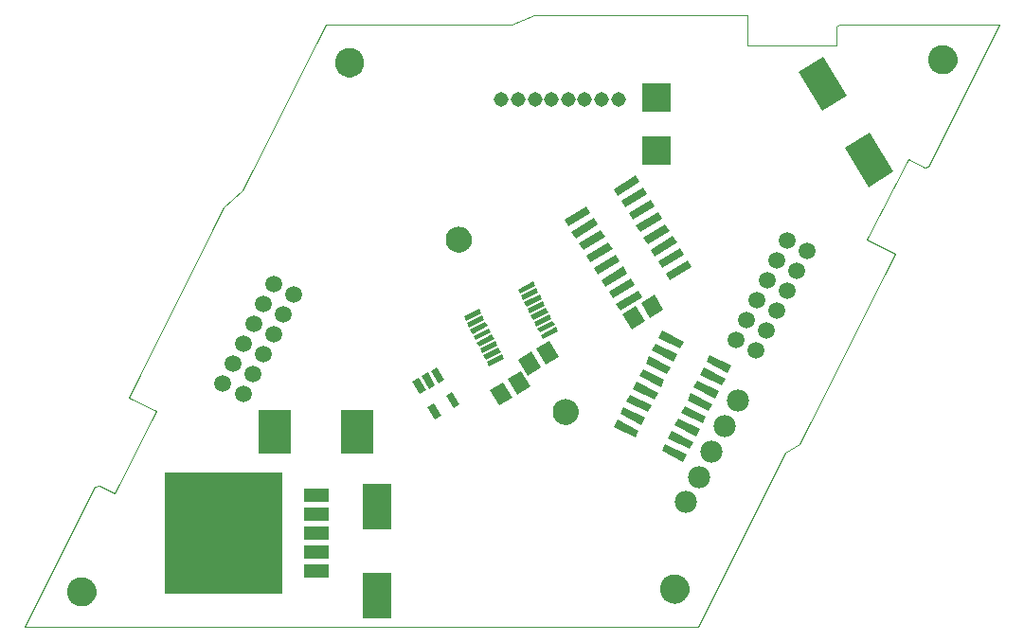
<source format=gts>
G75*
%MOIN*%
%OFA0B0*%
%FSLAX24Y24*%
%IPPOS*%
%LPD*%
%AMOC8*
5,1,8,0,0,1.08239X$1,22.5*
%
%ADD10C,0.0000*%
%ADD11C,0.1024*%
%ADD12C,0.0906*%
%ADD13R,0.0603X0.0178*%
%ADD14R,0.0552X0.0670*%
%ADD15R,0.0276X0.0906*%
%ADD16R,0.1615X0.1024*%
%ADD17R,0.1024X0.1615*%
%ADD18R,0.0257X0.0512*%
%ADD19C,0.0516*%
%ADD20R,0.4138X0.4292*%
%ADD21R,0.0890X0.0460*%
%ADD22R,0.1142X0.1536*%
%ADD23C,0.0594*%
%ADD24C,0.0780*%
%ADD25R,0.1040X0.1040*%
%ADD26R,0.0552X0.0631*%
%ADD27R,0.0850X0.0280*%
D10*
X001464Y000942D02*
X003925Y005873D01*
X004112Y005912D01*
X004642Y005647D01*
X006093Y008539D01*
X005142Y009018D01*
X008482Y015706D01*
X009141Y016296D01*
X012065Y022152D01*
X018610Y022152D01*
X019397Y022467D01*
X026907Y022467D01*
X026907Y021414D01*
X030047Y021414D01*
X030047Y022074D01*
X030145Y022152D01*
X035785Y022152D01*
X033275Y017133D01*
X033147Y017113D01*
X032557Y017408D01*
X031120Y014554D01*
X032097Y014066D01*
X028748Y007379D01*
X028236Y007064D01*
X025175Y000942D01*
X001464Y000942D01*
X002981Y002181D02*
X002983Y002225D01*
X002989Y002269D01*
X002999Y002312D01*
X003012Y002354D01*
X003030Y002394D01*
X003051Y002433D01*
X003075Y002470D01*
X003102Y002505D01*
X003133Y002537D01*
X003166Y002566D01*
X003202Y002592D01*
X003240Y002614D01*
X003280Y002633D01*
X003321Y002649D01*
X003364Y002661D01*
X003407Y002669D01*
X003451Y002673D01*
X003495Y002673D01*
X003539Y002669D01*
X003582Y002661D01*
X003625Y002649D01*
X003666Y002633D01*
X003706Y002614D01*
X003744Y002592D01*
X003780Y002566D01*
X003813Y002537D01*
X003844Y002505D01*
X003871Y002470D01*
X003895Y002433D01*
X003916Y002394D01*
X003934Y002354D01*
X003947Y002312D01*
X003957Y002269D01*
X003963Y002225D01*
X003965Y002181D01*
X003963Y002137D01*
X003957Y002093D01*
X003947Y002050D01*
X003934Y002008D01*
X003916Y001968D01*
X003895Y001929D01*
X003871Y001892D01*
X003844Y001857D01*
X003813Y001825D01*
X003780Y001796D01*
X003744Y001770D01*
X003706Y001748D01*
X003666Y001729D01*
X003625Y001713D01*
X003582Y001701D01*
X003539Y001693D01*
X003495Y001689D01*
X003451Y001689D01*
X003407Y001693D01*
X003364Y001701D01*
X003321Y001713D01*
X003280Y001729D01*
X003240Y001748D01*
X003202Y001770D01*
X003166Y001796D01*
X003133Y001825D01*
X003102Y001857D01*
X003075Y001892D01*
X003051Y001929D01*
X003030Y001968D01*
X003012Y002008D01*
X002999Y002050D01*
X002989Y002093D01*
X002983Y002137D01*
X002981Y002181D01*
X016313Y014581D02*
X016315Y014622D01*
X016321Y014663D01*
X016331Y014703D01*
X016344Y014742D01*
X016361Y014779D01*
X016382Y014815D01*
X016406Y014849D01*
X016433Y014880D01*
X016462Y014908D01*
X016495Y014934D01*
X016529Y014956D01*
X016566Y014975D01*
X016604Y014990D01*
X016644Y015002D01*
X016684Y015010D01*
X016725Y015014D01*
X016767Y015014D01*
X016808Y015010D01*
X016848Y015002D01*
X016888Y014990D01*
X016926Y014975D01*
X016962Y014956D01*
X016997Y014934D01*
X017030Y014908D01*
X017059Y014880D01*
X017086Y014849D01*
X017110Y014815D01*
X017131Y014779D01*
X017148Y014742D01*
X017161Y014703D01*
X017171Y014663D01*
X017177Y014622D01*
X017179Y014581D01*
X017177Y014540D01*
X017171Y014499D01*
X017161Y014459D01*
X017148Y014420D01*
X017131Y014383D01*
X017110Y014347D01*
X017086Y014313D01*
X017059Y014282D01*
X017030Y014254D01*
X016997Y014228D01*
X016963Y014206D01*
X016926Y014187D01*
X016888Y014172D01*
X016848Y014160D01*
X016808Y014152D01*
X016767Y014148D01*
X016725Y014148D01*
X016684Y014152D01*
X016644Y014160D01*
X016604Y014172D01*
X016566Y014187D01*
X016530Y014206D01*
X016495Y014228D01*
X016462Y014254D01*
X016433Y014282D01*
X016406Y014313D01*
X016382Y014347D01*
X016361Y014383D01*
X016344Y014420D01*
X016331Y014459D01*
X016321Y014499D01*
X016315Y014540D01*
X016313Y014581D01*
X020065Y008510D02*
X020067Y008551D01*
X020073Y008592D01*
X020083Y008632D01*
X020096Y008671D01*
X020113Y008708D01*
X020134Y008744D01*
X020158Y008778D01*
X020185Y008809D01*
X020214Y008837D01*
X020247Y008863D01*
X020281Y008885D01*
X020318Y008904D01*
X020356Y008919D01*
X020396Y008931D01*
X020436Y008939D01*
X020477Y008943D01*
X020519Y008943D01*
X020560Y008939D01*
X020600Y008931D01*
X020640Y008919D01*
X020678Y008904D01*
X020714Y008885D01*
X020749Y008863D01*
X020782Y008837D01*
X020811Y008809D01*
X020838Y008778D01*
X020862Y008744D01*
X020883Y008708D01*
X020900Y008671D01*
X020913Y008632D01*
X020923Y008592D01*
X020929Y008551D01*
X020931Y008510D01*
X020929Y008469D01*
X020923Y008428D01*
X020913Y008388D01*
X020900Y008349D01*
X020883Y008312D01*
X020862Y008276D01*
X020838Y008242D01*
X020811Y008211D01*
X020782Y008183D01*
X020749Y008157D01*
X020715Y008135D01*
X020678Y008116D01*
X020640Y008101D01*
X020600Y008089D01*
X020560Y008081D01*
X020519Y008077D01*
X020477Y008077D01*
X020436Y008081D01*
X020396Y008089D01*
X020356Y008101D01*
X020318Y008116D01*
X020282Y008135D01*
X020247Y008157D01*
X020214Y008183D01*
X020185Y008211D01*
X020158Y008242D01*
X020134Y008276D01*
X020113Y008312D01*
X020096Y008349D01*
X020083Y008388D01*
X020073Y008428D01*
X020067Y008469D01*
X020065Y008510D01*
X023850Y002278D02*
X023852Y002322D01*
X023858Y002366D01*
X023868Y002409D01*
X023881Y002451D01*
X023899Y002491D01*
X023920Y002530D01*
X023944Y002567D01*
X023971Y002602D01*
X024002Y002634D01*
X024035Y002663D01*
X024071Y002689D01*
X024109Y002711D01*
X024149Y002730D01*
X024190Y002746D01*
X024233Y002758D01*
X024276Y002766D01*
X024320Y002770D01*
X024364Y002770D01*
X024408Y002766D01*
X024451Y002758D01*
X024494Y002746D01*
X024535Y002730D01*
X024575Y002711D01*
X024613Y002689D01*
X024649Y002663D01*
X024682Y002634D01*
X024713Y002602D01*
X024740Y002567D01*
X024764Y002530D01*
X024785Y002491D01*
X024803Y002451D01*
X024816Y002409D01*
X024826Y002366D01*
X024832Y002322D01*
X024834Y002278D01*
X024832Y002234D01*
X024826Y002190D01*
X024816Y002147D01*
X024803Y002105D01*
X024785Y002065D01*
X024764Y002026D01*
X024740Y001989D01*
X024713Y001954D01*
X024682Y001922D01*
X024649Y001893D01*
X024613Y001867D01*
X024575Y001845D01*
X024535Y001826D01*
X024494Y001810D01*
X024451Y001798D01*
X024408Y001790D01*
X024364Y001786D01*
X024320Y001786D01*
X024276Y001790D01*
X024233Y001798D01*
X024190Y001810D01*
X024149Y001826D01*
X024109Y001845D01*
X024071Y001867D01*
X024035Y001893D01*
X024002Y001922D01*
X023971Y001954D01*
X023944Y001989D01*
X023920Y002026D01*
X023899Y002065D01*
X023881Y002105D01*
X023868Y002147D01*
X023858Y002190D01*
X023852Y002234D01*
X023850Y002278D01*
X012400Y020808D02*
X012402Y020852D01*
X012408Y020896D01*
X012418Y020939D01*
X012431Y020981D01*
X012449Y021021D01*
X012470Y021060D01*
X012494Y021097D01*
X012521Y021132D01*
X012552Y021164D01*
X012585Y021193D01*
X012621Y021219D01*
X012659Y021241D01*
X012699Y021260D01*
X012740Y021276D01*
X012783Y021288D01*
X012826Y021296D01*
X012870Y021300D01*
X012914Y021300D01*
X012958Y021296D01*
X013001Y021288D01*
X013044Y021276D01*
X013085Y021260D01*
X013125Y021241D01*
X013163Y021219D01*
X013199Y021193D01*
X013232Y021164D01*
X013263Y021132D01*
X013290Y021097D01*
X013314Y021060D01*
X013335Y021021D01*
X013353Y020981D01*
X013366Y020939D01*
X013376Y020896D01*
X013382Y020852D01*
X013384Y020808D01*
X013382Y020764D01*
X013376Y020720D01*
X013366Y020677D01*
X013353Y020635D01*
X013335Y020595D01*
X013314Y020556D01*
X013290Y020519D01*
X013263Y020484D01*
X013232Y020452D01*
X013199Y020423D01*
X013163Y020397D01*
X013125Y020375D01*
X013085Y020356D01*
X013044Y020340D01*
X013001Y020328D01*
X012958Y020320D01*
X012914Y020316D01*
X012870Y020316D01*
X012826Y020320D01*
X012783Y020328D01*
X012740Y020340D01*
X012699Y020356D01*
X012659Y020375D01*
X012621Y020397D01*
X012585Y020423D01*
X012552Y020452D01*
X012521Y020484D01*
X012494Y020519D01*
X012470Y020556D01*
X012449Y020595D01*
X012431Y020635D01*
X012418Y020677D01*
X012408Y020720D01*
X012402Y020764D01*
X012400Y020808D01*
X033280Y020913D02*
X033282Y020957D01*
X033288Y021001D01*
X033298Y021044D01*
X033311Y021086D01*
X033329Y021126D01*
X033350Y021165D01*
X033374Y021202D01*
X033401Y021237D01*
X033432Y021269D01*
X033465Y021298D01*
X033501Y021324D01*
X033539Y021346D01*
X033579Y021365D01*
X033620Y021381D01*
X033663Y021393D01*
X033706Y021401D01*
X033750Y021405D01*
X033794Y021405D01*
X033838Y021401D01*
X033881Y021393D01*
X033924Y021381D01*
X033965Y021365D01*
X034005Y021346D01*
X034043Y021324D01*
X034079Y021298D01*
X034112Y021269D01*
X034143Y021237D01*
X034170Y021202D01*
X034194Y021165D01*
X034215Y021126D01*
X034233Y021086D01*
X034246Y021044D01*
X034256Y021001D01*
X034262Y020957D01*
X034264Y020913D01*
X034262Y020869D01*
X034256Y020825D01*
X034246Y020782D01*
X034233Y020740D01*
X034215Y020700D01*
X034194Y020661D01*
X034170Y020624D01*
X034143Y020589D01*
X034112Y020557D01*
X034079Y020528D01*
X034043Y020502D01*
X034005Y020480D01*
X033965Y020461D01*
X033924Y020445D01*
X033881Y020433D01*
X033838Y020425D01*
X033794Y020421D01*
X033750Y020421D01*
X033706Y020425D01*
X033663Y020433D01*
X033620Y020445D01*
X033579Y020461D01*
X033539Y020480D01*
X033501Y020502D01*
X033465Y020528D01*
X033432Y020557D01*
X033401Y020589D01*
X033374Y020624D01*
X033350Y020661D01*
X033329Y020700D01*
X033311Y020740D01*
X033298Y020782D01*
X033288Y020825D01*
X033282Y020869D01*
X033280Y020913D01*
D11*
X033772Y020913D03*
X012892Y020808D03*
X024342Y002278D03*
X003473Y002181D03*
D12*
X020498Y008510D03*
X016746Y014581D03*
D13*
G36*
X018824Y012820D02*
X019361Y013089D01*
X019440Y012930D01*
X018903Y012661D01*
X018824Y012820D01*
G37*
G36*
X018939Y012591D02*
X019476Y012860D01*
X019555Y012701D01*
X019018Y012432D01*
X018939Y012591D01*
G37*
G36*
X019053Y012363D02*
X019590Y012632D01*
X019669Y012473D01*
X019132Y012204D01*
X019053Y012363D01*
G37*
G36*
X019168Y012134D02*
X019705Y012403D01*
X019784Y012244D01*
X019247Y011975D01*
X019168Y012134D01*
G37*
G36*
X019282Y011905D02*
X019819Y012174D01*
X019898Y012015D01*
X019361Y011746D01*
X019282Y011905D01*
G37*
G36*
X019397Y011676D02*
X019934Y011945D01*
X020013Y011786D01*
X019476Y011517D01*
X019397Y011676D01*
G37*
G36*
X019511Y011447D02*
X020048Y011716D01*
X020127Y011557D01*
X019590Y011288D01*
X019511Y011447D01*
G37*
G36*
X019626Y011218D02*
X020163Y011487D01*
X020242Y011328D01*
X019705Y011059D01*
X019626Y011218D01*
G37*
G36*
X017725Y010266D02*
X018262Y010535D01*
X018341Y010376D01*
X017804Y010107D01*
X017725Y010266D01*
G37*
G36*
X017611Y010495D02*
X018148Y010764D01*
X018227Y010605D01*
X017690Y010336D01*
X017611Y010495D01*
G37*
G36*
X017496Y010724D02*
X018033Y010993D01*
X018112Y010834D01*
X017575Y010565D01*
X017496Y010724D01*
G37*
G36*
X017381Y010953D02*
X017918Y011222D01*
X017997Y011063D01*
X017460Y010794D01*
X017381Y010953D01*
G37*
G36*
X017267Y011182D02*
X017804Y011451D01*
X017883Y011292D01*
X017346Y011023D01*
X017267Y011182D01*
G37*
G36*
X017152Y011411D02*
X017689Y011680D01*
X017768Y011521D01*
X017231Y011252D01*
X017152Y011411D01*
G37*
G36*
X017038Y011639D02*
X017575Y011908D01*
X017654Y011749D01*
X017117Y011480D01*
X017038Y011639D01*
G37*
G36*
X016923Y011868D02*
X017460Y012137D01*
X017539Y011978D01*
X017002Y011709D01*
X016923Y011868D01*
G37*
D14*
G36*
X019651Y010056D02*
X019181Y009768D01*
X018831Y010338D01*
X019301Y010626D01*
X019651Y010056D01*
G37*
G36*
X020289Y010447D02*
X019819Y010159D01*
X019469Y010729D01*
X019939Y011017D01*
X020289Y010447D01*
G37*
D15*
G36*
X023058Y012769D02*
X023202Y012534D01*
X022430Y012061D01*
X022286Y012296D01*
X023058Y012769D01*
G37*
G36*
X022796Y013195D02*
X022940Y012960D01*
X022168Y012487D01*
X022024Y012722D01*
X022796Y013195D01*
G37*
G36*
X022535Y013621D02*
X022679Y013386D01*
X021907Y012913D01*
X021763Y013148D01*
X022535Y013621D01*
G37*
G36*
X022274Y014048D02*
X022418Y013813D01*
X021646Y013340D01*
X021502Y013575D01*
X022274Y014048D01*
G37*
G36*
X022013Y014474D02*
X022157Y014239D01*
X021385Y013766D01*
X021241Y014001D01*
X022013Y014474D01*
G37*
G36*
X021751Y014900D02*
X021895Y014665D01*
X021123Y014192D01*
X020979Y014427D01*
X021751Y014900D01*
G37*
G36*
X021490Y015326D02*
X021634Y015091D01*
X020862Y014618D01*
X020718Y014853D01*
X021490Y015326D01*
G37*
G36*
X021229Y015753D02*
X021373Y015518D01*
X020601Y015045D01*
X020457Y015280D01*
X021229Y015753D01*
G37*
G36*
X022975Y016822D02*
X023119Y016587D01*
X022347Y016114D01*
X022203Y016349D01*
X022975Y016822D01*
G37*
G36*
X023236Y016396D02*
X023380Y016161D01*
X022608Y015688D01*
X022464Y015923D01*
X023236Y016396D01*
G37*
G36*
X023497Y015970D02*
X023641Y015735D01*
X022869Y015262D01*
X022725Y015497D01*
X023497Y015970D01*
G37*
G36*
X023758Y015544D02*
X023902Y015309D01*
X023130Y014836D01*
X022986Y015071D01*
X023758Y015544D01*
G37*
G36*
X024020Y015117D02*
X024164Y014882D01*
X023392Y014409D01*
X023248Y014644D01*
X024020Y015117D01*
G37*
G36*
X024281Y014691D02*
X024425Y014456D01*
X023653Y013983D01*
X023509Y014218D01*
X024281Y014691D01*
G37*
G36*
X024542Y014265D02*
X024686Y014030D01*
X023914Y013557D01*
X023770Y013792D01*
X024542Y014265D01*
G37*
G36*
X024803Y013838D02*
X024947Y013603D01*
X024175Y013130D01*
X024031Y013365D01*
X024803Y013838D01*
G37*
D16*
G36*
X031182Y016420D02*
X030338Y017795D01*
X031210Y018330D01*
X032054Y016955D01*
X031182Y016420D01*
G37*
G36*
X029536Y019106D02*
X028692Y020481D01*
X029564Y021016D01*
X030408Y019641D01*
X029536Y019106D01*
G37*
D17*
X013881Y005181D03*
X013881Y002031D03*
D18*
G36*
X015654Y008686D02*
X015872Y008820D01*
X016138Y008384D01*
X015920Y008250D01*
X015654Y008686D01*
G37*
G36*
X016291Y009077D02*
X016509Y009211D01*
X016775Y008775D01*
X016557Y008641D01*
X016291Y009077D01*
G37*
G36*
X015438Y009754D02*
X015656Y009888D01*
X015922Y009452D01*
X015704Y009318D01*
X015438Y009754D01*
G37*
G36*
X015119Y009559D02*
X015337Y009693D01*
X015603Y009257D01*
X015385Y009123D01*
X015119Y009559D01*
G37*
G36*
X015757Y009950D02*
X015975Y010084D01*
X016241Y009648D01*
X016023Y009514D01*
X015757Y009950D01*
G37*
D19*
X018247Y019497D03*
X018838Y019497D03*
X019428Y019497D03*
X020019Y019497D03*
X020590Y019497D03*
X021180Y019497D03*
X021771Y019497D03*
X022361Y019497D03*
D20*
X008474Y004245D03*
D21*
X011754Y004245D03*
X011754Y004915D03*
X011754Y005585D03*
X011754Y003575D03*
X011754Y002905D03*
D22*
X013170Y007818D03*
X010257Y007818D03*
D23*
X009157Y009131D03*
X009514Y009833D03*
X008813Y010190D03*
X008455Y009489D03*
X009872Y010534D03*
X009170Y010892D03*
X010229Y011236D03*
X009528Y011593D03*
X009885Y012295D03*
X010243Y012997D03*
X010944Y012639D03*
X010587Y011938D03*
X026520Y011023D03*
X026878Y011725D03*
X027235Y012426D03*
X027937Y012069D03*
X028294Y012770D03*
X027593Y013128D03*
X027950Y013829D03*
X028652Y013472D03*
X029009Y014174D03*
X028308Y014531D03*
X027579Y011367D03*
X027222Y010666D03*
D24*
X026558Y008887D03*
X026104Y007996D03*
X025650Y007105D03*
X025196Y006214D03*
X024742Y005323D03*
D25*
X023722Y017713D03*
X023722Y019563D03*
D26*
G36*
X023954Y012091D02*
X023485Y011803D01*
X023156Y012339D01*
X023625Y012627D01*
X023954Y012091D01*
G37*
G36*
X023317Y011700D02*
X022848Y011412D01*
X022519Y011948D01*
X022988Y012236D01*
X023317Y011700D01*
G37*
G36*
X019280Y009406D02*
X018811Y009118D01*
X018482Y009654D01*
X018951Y009942D01*
X019280Y009406D01*
G37*
G36*
X018642Y009015D02*
X018173Y008727D01*
X017844Y009263D01*
X018313Y009551D01*
X018642Y009015D01*
G37*
D27*
G36*
X022330Y008224D02*
X023089Y007844D01*
X022964Y007594D01*
X022205Y007974D01*
X022330Y008224D01*
G37*
G36*
X022554Y008671D02*
X023313Y008291D01*
X023188Y008041D01*
X022429Y008421D01*
X022554Y008671D01*
G37*
G36*
X022778Y009118D02*
X023537Y008738D01*
X023412Y008488D01*
X022653Y008868D01*
X022778Y009118D01*
G37*
G36*
X023002Y009565D02*
X023761Y009185D01*
X023636Y008935D01*
X022877Y009315D01*
X023002Y009565D01*
G37*
G36*
X023226Y010013D02*
X023985Y009633D01*
X023860Y009383D01*
X023101Y009763D01*
X023226Y010013D01*
G37*
G36*
X023450Y010460D02*
X024209Y010080D01*
X024084Y009830D01*
X023325Y010210D01*
X023450Y010460D01*
G37*
G36*
X023674Y010907D02*
X024433Y010527D01*
X024308Y010277D01*
X023549Y010657D01*
X023674Y010907D01*
G37*
G36*
X023898Y011354D02*
X024657Y010974D01*
X024532Y010724D01*
X023773Y011104D01*
X023898Y011354D01*
G37*
G36*
X025587Y010508D02*
X026346Y010128D01*
X026221Y009878D01*
X025462Y010258D01*
X025587Y010508D01*
G37*
G36*
X025364Y010060D02*
X026123Y009680D01*
X025998Y009430D01*
X025239Y009810D01*
X025364Y010060D01*
G37*
G36*
X025140Y009613D02*
X025899Y009233D01*
X025774Y008983D01*
X025015Y009363D01*
X025140Y009613D01*
G37*
G36*
X024916Y009166D02*
X025675Y008786D01*
X025550Y008536D01*
X024791Y008916D01*
X024916Y009166D01*
G37*
G36*
X024692Y008719D02*
X025451Y008339D01*
X025326Y008089D01*
X024567Y008469D01*
X024692Y008719D01*
G37*
G36*
X024468Y008272D02*
X025227Y007892D01*
X025102Y007642D01*
X024343Y008022D01*
X024468Y008272D01*
G37*
G36*
X024244Y007825D02*
X025003Y007445D01*
X024878Y007195D01*
X024119Y007575D01*
X024244Y007825D01*
G37*
G36*
X024020Y007378D02*
X024779Y006998D01*
X024654Y006748D01*
X023895Y007128D01*
X024020Y007378D01*
G37*
M02*

</source>
